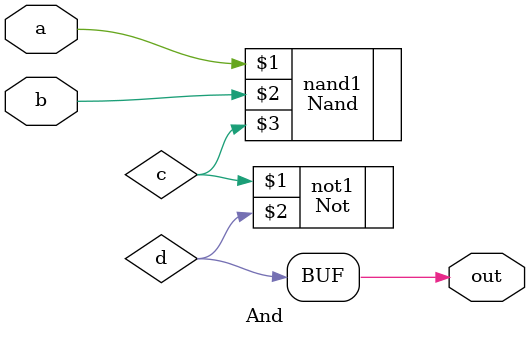
<source format=sv>
module And(input a, input b, output out);
   wire c;
   wire d;
   Nand nand1(a, b, c);
   Not not1(c, d);
   assign out = d;
endmodule

</source>
